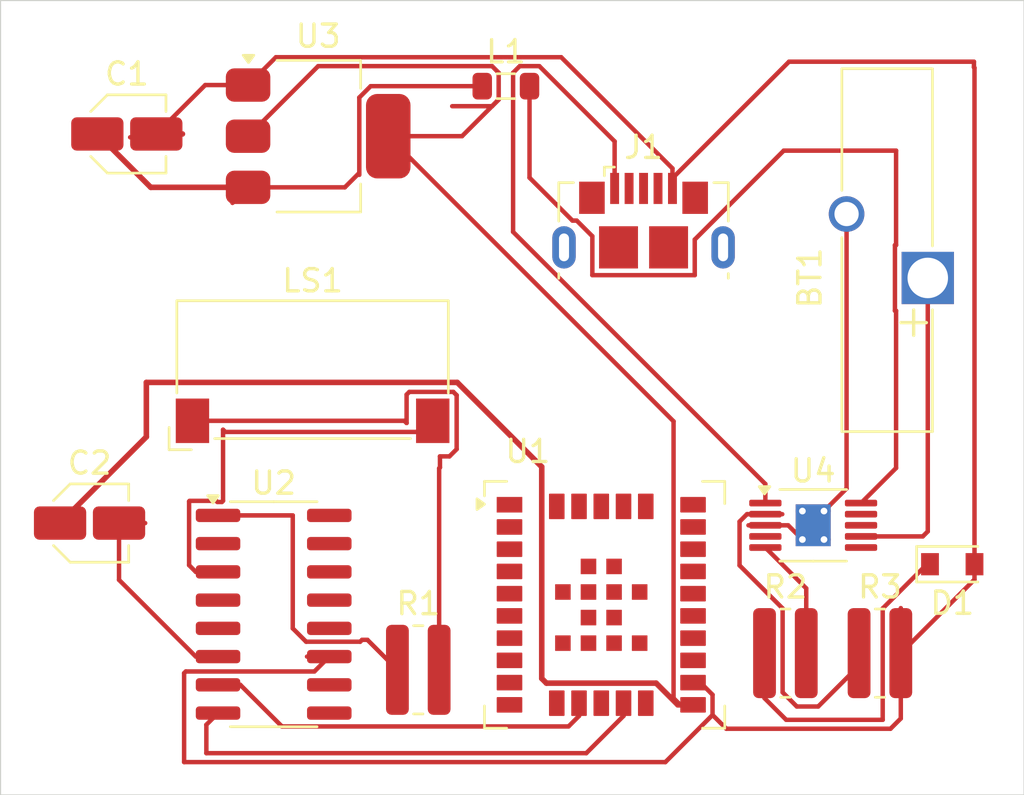
<source format=kicad_pcb>
(kicad_pcb (version 20241229) (generator "pcbnew") (generator_version "9.0")
  (layers (0 "F.Cu" signal) (2 "B.Cu" signal) (13 "F.Paste" user) (15 "B.Paste" user) (5 "F.SilkS" user "F.Silkscreen") (7 "B.SilkS" user "B.Silkscreen") (1 "F.Mask" user) (3 "B.Mask" user) (25 "Edge.Cuts" user))
  (net 0 "")
  (net 1 "Net-(BT1--)")
  (net 2 "Net-(BT1-+)")
  (net 3 "+12V")
  (net 4 "GND")
  (net 5 "Net-(U2-VDD)")
  (net 6 "Net-(U1-VCC)")
  (net 7 "Net-(D1-K)")
  (net 17 "Net-(J1-VBUS)")
  (net 18 "Net-(U4-OUT)")
  (net 19 "Net-(LS1-Pad1)")
  (net 20 "Net-(U2-LOUT-)")
  (net 21 "Net-(U2-LOUT+)")
  (net 22 "Net-(U4-~{PG})")
  (net 23 "Net-(U4-ISET)")
  (net 26 "Net-(U1-UART_RX)")
  (net 32 "Net-(U1-UART_TX)")
  (footprint "Package_SO:HVSSOP-10-1EP_3x3mm_P0.5mm_EP1.57x1.88mm_ThermalVias" (layer "F.Cu") (at 159.275 107.35)
    (property "Reference" "U4" (at 0 -2.45 0) (layer "F.SilkS"))
    (property "Value" "BQ24090DGQ")
    (fp_line (start 0 -1.61) (end -1.5 -1.61) (stroke (width 0.12)) (layer "F.SilkS"))
    (fp_line (start 0 -1.61) (end 1.5 -1.61) (stroke (width 0.12)) (layer "F.SilkS"))
    (fp_line (start 0 1.61) (end -1.5 1.61) (stroke (width 0.12)) (layer "F.SilkS"))
    (fp_line (start 0 1.61) (end 1.5 1.61) (stroke (width 0.12)) (layer "F.SilkS"))
    (fp_poly (pts (xy -2.1875 -1.41) (xy -2.4275 -1.74) (xy -1.9475 -1.74) (xy -2.1875 -1.41)) (stroke (width 0.12)) (fill yes) (layer "F.SilkS"))
    (pad "1" smd roundrect (at -2.15 -1) (size 1.45 0.3) (layers "F.Cu" "F.Mask" "F.Paste") (net 17 "Net-(J1-VBUS)"))
    (pad "2" smd roundrect (at -2.15 -0.5) (size 1.45 0.3) (layers "F.Cu" "F.Mask" "F.Paste") (net 23 "Net-(U4-ISET)"))
    (pad "3" smd roundrect (at -2.15 0) (size 1.45 0.3) (layers "F.Cu" "F.Mask" "F.Paste") (net 1 "Net-(BT1--)"))
    (pad "4" smd roundrect (at -2.15 0.5) (size 1.45 0.3) (layers "F.Cu" "F.Mask" "F.Paste"))
    (pad "5" smd roundrect (at -2.15 1) (size 1.45 0.3) (layers "F.Cu" "F.Mask" "F.Paste") (net 22 "Net-(U4-~{PG})"))
    (pad "6" smd roundrect (at 2.15 1) (size 1.45 0.3) (layers "F.Cu" "F.Mask" "F.Paste"))
    (pad "7" smd roundrect (at 2.15 0.5) (size 1.45 0.3) (layers "F.Cu" "F.Mask" "F.Paste") (net 2 "Net-(BT1-+)"))
    (pad "8" smd roundrect (at 2.15 0) (size 1.45 0.3) (layers "F.Cu" "F.Mask" "F.Paste"))
    (pad "9" smd roundrect (at 2.15 -0.5) (size 1.45 0.3) (layers "F.Cu" "F.Mask" "F.Paste"))
    (pad "10" smd roundrect (at 2.15 -1) (size 1.45 0.3) (layers "F.Cu" "F.Mask" "F.Paste") (net 18 "Net-(U4-OUT)"))
    (pad "11" thru_hole circle (at -0.485 -0.64) (size 0.6 0.6) (drill 0.3) (property pad_prop_heatsink) (layers "*.Cu") (net 1 "Net-(BT1--)"))
    (pad "11" thru_hole circle (at -0.485 0.64) (size 0.6 0.6) (drill 0.3) (property pad_prop_heatsink) (layers "*.Cu") (net 1 "Net-(BT1--)"))
    (pad "11" smd rect (at 0 0) (size 1.57 1.88) (property pad_prop_heatsink) (layers "F.Cu" "F.Mask") (net 1 "Net-(BT1--)"))
    (pad "11" smd rect (at 0 0) (size 1.57 1.88) (property pad_prop_heatsink) (layers "B.Cu") (net 1 "Net-(BT1--)"))
    (pad "11" thru_hole circle (at 0.485 -0.64) (size 0.6 0.6) (drill 0.3) (property pad_prop_heatsink) (layers "*.Cu") (net 1 "Net-(BT1--)"))
    (pad "11" thru_hole circle (at 0.485 0.64) (size 0.6 0.6) (drill 0.3) (property pad_prop_heatsink) (layers "*.Cu") (net 1 "Net-(BT1--)"))
  )
  (footprint "Resistor_SMD:R_0815_2038Metric" (layer "F.Cu") (at 162.275 113.1)
    (property "Reference" "R3" (at 0 -2.98 0) (layer "F.SilkS"))
    (property "Value" "1k")
    (fp_line (start -0.210242 -1.985) (end 0.210242 -1.985) (stroke (width 0.12)) (layer "F.SilkS"))
    (fp_line (start -0.210242 1.985) (end 0.210242 1.985) (stroke (width 0.12)) (layer "F.SilkS"))
    (pad "1" smd roundrect (at -0.9375 0) (size 1.025 4.05) (layers "F.Cu" "F.Mask" "F.Paste") (roundrect_rratio 0.243902) (net 23 "Net-(U4-ISET)"))
    (pad "2" smd roundrect (at 0.9375 0) (size 1.025 4.05) (layers "F.Cu" "F.Mask" "F.Paste") (roundrect_rratio 0.243902) (net 4 "GND"))
  )
  (footprint "RF_Module:NINA-B111" (layer "F.Cu") (at 149.75 110.925)
    (property "Reference" "U1" (at -3.3 -6.9 180) (layer "F.SilkS"))
    (property "Value" "BTM112")
    (fp_line (start -5.25 -5.55) (end -4.25 -5.55) (stroke (width 0.12)) (layer "F.SilkS"))
    (fp_line (start -5.25 -4.9) (end -5.25 -5.55) (stroke (width 0.12)) (layer "F.SilkS"))
    (fp_line (start -5.25 5.55) (end -5.25 4.55) (stroke (width 0.12)) (layer "F.SilkS"))
    (fp_line (start -4.25 5.55) (end -5.25 5.55) (stroke (width 0.12)) (layer "F.SilkS"))
    (fp_line (start 4.55 -5.55) (end 5.55 -5.55) (stroke (width 0.12)) (layer "F.SilkS"))
    (fp_line (start 5.55 -5.55) (end 5.55 -4.55) (stroke (width 0.12)) (layer "F.SilkS"))
    (fp_line (start 5.55 4.55) (end 5.55 5.55) (stroke (width 0.12)) (layer "F.SilkS"))
    (fp_line (start 5.55 5.55) (end 4.55 5.55) (stroke (width 0.12)) (layer "F.SilkS"))
    (fp_poly (pts (xy -5.25 -4.525) (xy -5.586 -4.285) (xy -5.586 -4.765) (xy -5.25 -4.525)) (stroke (width 0.12)) (fill yes) (layer "F.SilkS"))
    (pad "1" smd rect (at -4.125 -4.5) (size 1.15 0.7) (layers "F.Cu" "F.Mask" "F.Paste"))
    (pad "2" smd roundrect (at -4.125 -3.5) (size 1.15 0.7) (layers "F.Cu" "F.Mask" "F.Paste") (roundrect_rratio 0.05))
    (pad "3" smd roundrect (at -4.125 -2.5) (size 1.15 0.7) (layers "F.Cu" "F.Mask" "F.Paste") (roundrect_rratio 0.05))
    (pad "4" smd roundrect (at -4.125 -1.5) (size 1.15 0.7) (layers "F.Cu" "F.Mask" "F.Paste") (roundrect_rratio 0.05))
    (pad "5" smd roundrect (at -4.125 -0.5) (size 1.15 0.7) (layers "F.Cu" "F.Mask" "F.Paste") (roundrect_rratio 0.05))
    (pad "6" smd roundrect (at -4.125 0.5) (size 1.15 0.7) (layers "F.Cu" "F.Mask" "F.Paste") (roundrect_rratio 0.05))
    (pad "7" smd roundrect (at -4.125 1.5) (size 1.15 0.7) (layers "F.Cu" "F.Mask" "F.Paste") (roundrect_rratio 0.05))
    (pad "8" smd roundrect (at -4.125 2.5) (size 1.15 0.7) (layers "F.Cu" "F.Mask" "F.Paste") (roundrect_rratio 0.05))
    (pad "9" smd roundrect (at -4.125 3.5) (size 1.15 0.7) (layers "F.Cu" "F.Mask" "F.Paste") (roundrect_rratio 0.05))
    (pad "10" smd roundrect (at -4.125 4.5) (size 1.15 0.7) (layers "F.Cu" "F.Mask" "F.Paste") (roundrect_rratio 0.05))
    (pad "11" smd roundrect (at -2 4.425 90) (size 1.15 0.7) (layers "F.Cu" "F.Mask" "F.Paste") (roundrect_rratio 0.05))
    (pad "12" smd roundrect (at -1 4.425 90) (size 1.15 0.7) (layers "F.Cu" "F.Mask" "F.Paste") (roundrect_rratio 0.05) (net 32 "Net-(U1-UART_TX)"))
    (pad "13" smd roundrect (at 0 4.425 90) (size 1.15 0.7) (layers "F.Cu" "F.Mask" "F.Paste") (roundrect_rratio 0.05))
    (pad "14" smd roundrect (at 1 4.425 90) (size 1.15 0.7) (layers "F.Cu" "F.Mask" "F.Paste") (roundrect_rratio 0.05) (net 26 "Net-(U1-UART_RX)"))
    (pad "15" smd roundrect (at 2 4.425 90) (size 1.15 0.7) (layers "F.Cu" "F.Mask" "F.Paste") (roundrect_rratio 0.05))
    (pad "16" smd roundrect (at 4.125 4.5) (size 1.15 0.7) (layers "F.Cu" "F.Mask" "F.Paste") (roundrect_rratio 0.05) (net 6 "Net-(U1-VCC)"))
    (pad "17" smd roundrect (at 4.125 3.5) (size 1.15 0.7) (layers "F.Cu" "F.Mask" "F.Paste") (roundrect_rratio 0.05) (net 4 "GND"))
    (pad "18" smd roundrect (at 4.125 2.5) (size 1.15 0.7) (layers "F.Cu" "F.Mask" "F.Paste") (roundrect_rratio 0.05))
    (pad "19" smd roundrect (at 4.125 1.5) (size 1.15 0.7) (layers "F.Cu" "F.Mask" "F.Paste") (roundrect_rratio 0.05))
    (pad "20" smd roundrect (at 4.125 0.5) (size 1.15 0.7) (layers "F.Cu" "F.Mask" "F.Paste") (roundrect_rratio 0.05))
    (pad "21" smd roundrect (at 4.125 -0.5) (size 1.15 0.7) (layers "F.Cu" "F.Mask" "F.Paste") (roundrect_rratio 0.05))
    (pad "22" smd roundrect (at 4.125 -1.5) (size 1.15 0.7) (layers "F.Cu" "F.Mask" "F.Paste") (roundrect_rratio 0.05))
    (pad "23" smd roundrect (at 4.125 -2.5) (size 1.15 0.7) (layers "F.Cu" "F.Mask" "F.Paste") (roundrect_rratio 0.05))
    (pad "24" smd roundrect (at 4.125 -3.5) (size 1.15 0.7) (layers "F.Cu" "F.Mask" "F.Paste") (roundrect_rratio 0.05))
    (pad "25" smd roundrect (at 4.125 -4.5) (size 1.15 0.7) (layers "F.Cu" "F.Mask" "F.Paste") (roundrect_rratio 0.05))
    (pad "26" smd roundrect (at 2 -4.425 90) (size 1.15 0.7) (layers "F.Cu" "F.Mask" "F.Paste") (roundrect_rratio 0.05))
    (pad "27" smd roundrect (at 1 -4.425 90) (size 1.15 0.7) (layers "F.Cu" "F.Mask" "F.Paste") (roundrect_rratio 0.05))
    (pad "28" smd roundrect (at 0 -4.425 90) (size 1.15 0.7) (layers "F.Cu" "F.Mask" "F.Paste") (roundrect_rratio 0.05))
    (pad "29" smd roundrect (at -1 -4.425 90) (size 1.15 0.7) (layers "F.Cu" "F.Mask" "F.Paste") (roundrect_rratio 0.05))
    (pad "30" smd roundrect (at -2 -4.425 90) (size 1.15 0.7) (layers "F.Cu" "F.Mask" "F.Paste") (roundrect_rratio 0.05))
    (pad "31" smd roundrect (at -0.575 -1.725 270) (size 0.7 0.7) (layers "F.Cu" "F.Mask" "F.Paste") (roundrect_rratio 0.02))
    (pad "32" smd roundrect (at 0.575 -1.725 270) (size 0.7 0.7) (layers "F.Cu" "F.Mask" "F.Paste") (roundrect_rratio 0.02))
    (pad "33" smd roundrect (at -1.725 -0.575 270) (size 0.7 0.7) (layers "F.Cu" "F.Mask" "F.Paste") (roundrect_rratio 0.02))
    (pad "34" smd roundrect (at -0.575 -0.575 270) (size 0.7 0.7) (layers "F.Cu" "F.Mask" "F.Paste") (roundrect_rratio 0.02))
    (pad "35" smd roundrect (at 0.575 -0.575 270) (size 0.7 0.7) (layers "F.Cu" "F.Mask" "F.Paste") (roundrect_rratio 0.02))
    (pad "36" smd roundrect (at 1.725 -0.575 270) (size 0.7 0.7) (layers "F.Cu" "F.Mask" "F.Paste") (roundrect_rratio 0.02))
    (pad "37" smd roundrect (at -0.575 0.575 270) (size 0.7 0.7) (layers "F.Cu" "F.Mask" "F.Paste") (roundrect_rratio 0.02))
    (pad "38" smd roundrect (at 0.575 0.575 270) (size 0.7 0.7) (layers "F.Cu" "F.Mask" "F.Paste") (roundrect_rratio 0.02))
    (pad "39" smd roundrect (at -1.725 1.725 270) (size 0.7 0.7) (layers "F.Cu" "F.Mask" "F.Paste") (roundrect_rratio 0.02))
    (pad "40" smd roundrect (at -0.575 1.725 270) (size 0.7 0.7) (layers "F.Cu" "F.Mask" "F.Paste") (roundrect_rratio 0.02))
    (pad "41" smd roundrect (at 0.575 1.725 270) (size 0.7 0.7) (layers "F.Cu" "F.Mask" "F.Paste") (roundrect_rratio 0.02))
    (pad "42" smd roundrect (at 1.725 1.725 270) (size 0.7 0.7) (layers "F.Cu" "F.Mask" "F.Paste") (roundrect_rratio 0.02))
  )
  (footprint "Battery:Battery_Panasonic_CR1632-V1AN_Vertical_CircularHoles" (layer "F.Cu") (at 164.425 96.225 90)
    (property "Reference" "BT1" (at 0 -5.3 90) (layer "F.SilkS"))
    (property "Value" "Battery")
    (fp_line (start 3.94 -3.86) (end 9.41 -3.86) (stroke (width 0.12)) (layer "F.SilkS"))
    (fp_line (start -6.91 -3.86) (end 1.81 -3.86) (stroke (width 0.12)) (layer "F.SilkS"))
    (fp_line (start 9.41 0.21) (end 9.41 -3.86) (stroke (width 0.12)) (layer "F.SilkS"))
    (fp_line (start 1.44 0.21) (end 9.41 0.21) (stroke (width 0.12)) (layer "F.SilkS"))
    (fp_line (start -6.91 0.21) (end -6.91 -3.86) (stroke (width 0.12)) (layer "F.SilkS"))
    (fp_line (start -6.91 0.21) (end -1.43 0.21) (stroke (width 0.12)) (layer "F.SilkS"))
    (fp_text user "+" (at -2.01 -0.75 90) (layer "F.SilkS") (effects (font (size 1.5 1.5))))
    (pad "1" thru_hole rect (at 0 0 180) (size 2.35 2.35) (drill 1.82) (layers "*.Cu" "*.Mask") (net 2 "Net-(BT1-+)"))
    (pad "2" thru_hole circle (at 2.875 -3.65 90) (size 1.6 1.6) (drill 1.09) (layers "*.Cu" "*.Mask") (net 1 "Net-(BT1--)"))
  )
  (footprint "Capacitor_SMD:C_Elec_3x5.4" (layer "F.Cu") (at 126.750001 107.25)
    (property "Reference" "C2" (at 0 -2.7 0) (layer "F.SilkS"))
    (property "Value" "100nF")
    (fp_line (start -1.620563 -1.01) (end -0.870563 -1.76) (stroke (width 0.12)) (layer "F.SilkS"))
    (fp_line (start -1.620563 1.01) (end -0.870563 1.76) (stroke (width 0.12)) (layer "F.SilkS"))
    (fp_line (start -0.870563 -1.76) (end 1.76 -1.76) (stroke (width 0.12)) (layer "F.SilkS"))
    (fp_line (start -0.870563 1.76) (end 1.76 1.76) (stroke (width 0.12)) (layer "F.SilkS"))
    (fp_line (start 1.76 -1.76) (end 1.76 -1.01) (stroke (width 0.12)) (layer "F.SilkS"))
    (fp_line (start 1.76 1.76) (end 1.76 1.01) (stroke (width 0.12)) (layer "F.SilkS"))
    (pad "1" smd roundrect (at -1.325 0) (size 2.35 1.5) (layers "F.Cu" "F.Mask" "F.Paste") (roundrect_rratio 0.166667) (net 6 "Net-(U1-VCC)"))
    (pad "2" smd roundrect (at 1.325 0) (size 2.35 1.5) (layers "F.Cu" "F.Mask" "F.Paste") (roundrect_rratio 0.166667) (net 5 "Net-(U2-VDD)"))
  )
  (footprint "Package_SO:SOP-16_3.9x9.9mm_P1.27mm" (layer "F.Cu") (at 135.025 111.35)
    (property "Reference" "U2" (at 0 -5.9 0) (layer "F.SilkS"))
    (property "Value" "PAM8403D")
    (fp_line (start 0 -5.06) (end -1.95 -5.06) (stroke (width 0.12)) (layer "F.SilkS"))
    (fp_line (start 0 -5.06) (end 1.95 -5.06) (stroke (width 0.12)) (layer "F.SilkS"))
    (fp_line (start 0 5.06) (end -1.95 5.06) (stroke (width 0.12)) (layer "F.SilkS"))
    (fp_line (start 0 5.06) (end 1.95 5.06) (stroke (width 0.12)) (layer "F.SilkS"))
    (fp_poly (pts (xy -2.725 -5.005) (xy -2.965 -5.335) (xy -2.485 -5.335) (xy -2.725 -5.005)) (stroke (width 0.12)) (fill yes) (layer "F.SilkS"))
    (pad "1" smd roundrect (at -2.5 -4.445) (size 2 0.6) (layers "F.Cu" "F.Mask" "F.Paste") (net 21 "Net-(U2-LOUT+)"))
    (pad "2" smd roundrect (at -2.5 -3.175) (size 2 0.6) (layers "F.Cu" "F.Mask" "F.Paste"))
    (pad "3" smd roundrect (at -2.5 -1.905) (size 2 0.6) (layers "F.Cu" "F.Mask" "F.Paste") (net 20 "Net-(U2-LOUT-)"))
    (pad "4" smd roundrect (at -2.5 -0.635) (size 2 0.6) (layers "F.Cu" "F.Mask" "F.Paste"))
    (pad "5" smd roundrect (at -2.5 0.635) (size 2 0.6) (layers "F.Cu" "F.Mask" "F.Paste"))
    (pad "6" smd roundrect (at -2.5 1.905) (size 2 0.6) (layers "F.Cu" "F.Mask" "F.Paste") (net 5 "Net-(U2-VDD)"))
    (pad "7" smd roundrect (at -2.5 3.175) (size 2 0.6) (layers "F.Cu" "F.Mask" "F.Paste") (net 32 "Net-(U1-UART_TX)"))
    (pad "8" smd roundrect (at -2.5 4.445) (size 2 0.6) (layers "F.Cu" "F.Mask" "F.Paste") (net 26 "Net-(U1-UART_RX)"))
    (pad "9" smd roundrect (at 2.5 4.445) (size 2 0.6) (layers "F.Cu" "F.Mask" "F.Paste"))
    (pad "10" smd roundrect (at 2.5 3.175) (size 2 0.6) (layers "F.Cu" "F.Mask" "F.Paste"))
    (pad "11" smd roundrect (at 2.5 1.905) (size 2 0.6) (layers "F.Cu" "F.Mask" "F.Paste") (net 4 "GND"))
    (pad "12" smd roundrect (at 2.5 0.635) (size 2 0.6) (layers "F.Cu" "F.Mask" "F.Paste"))
    (pad "13" smd roundrect (at 2.5 -0.635) (size 2 0.6) (layers "F.Cu" "F.Mask" "F.Paste"))
    (pad "14" smd roundrect (at 2.5 -1.905) (size 2 0.6) (layers "F.Cu" "F.Mask" "F.Paste"))
    (pad "15" smd roundrect (at 2.5 -3.175) (size 2 0.6) (layers "F.Cu" "F.Mask" "F.Paste"))
    (pad "16" smd roundrect (at 2.5 -4.445) (size 2 0.6) (layers "F.Cu" "F.Mask" "F.Paste"))
  )
  (footprint "Inductor_SMD:L_0805_2012Metric" (layer "F.Cu") (at 145.4625 87.6)
    (property "Reference" "L1" (at 0 -1.55 0) (layer "F.SilkS"))
    (property "Value" "10uH")
    (fp_line (start -0.399622 -0.56) (end 0.399622 -0.56) (stroke (width 0.12)) (layer "F.SilkS"))
    (fp_line (start -0.399622 0.56) (end 0.399622 0.56) (stroke (width 0.12)) (layer "F.SilkS"))
    (pad "1" smd roundrect (at -1.0625 0) (size 0.875 1.2) (layers "F.Cu" "F.Mask" "F.Paste") (net 3 "+12V"))
    (pad "2" smd roundrect (at 1.0625 0) (size 0.875 1.2) (layers "F.Cu" "F.Mask" "F.Paste") (net 18 "Net-(U4-OUT)"))
  )
  (footprint "Resistor_SMD:R_0815_2038Metric" (layer "F.Cu") (at 141.525 113.85)
    (property "Reference" "R1" (at 0 -2.98 0) (layer "F.SilkS"))
    (property "Value" "10k")
    (fp_line (start -0.210242 -1.985) (end 0.210242 -1.985) (stroke (width 0.12)) (layer "F.SilkS"))
    (fp_line (start -0.210242 1.985) (end 0.210242 1.985) (stroke (width 0.12)) (layer "F.SilkS"))
    (pad "1" smd roundrect (at -0.9375 0) (size 1.025 4.05) (layers "F.Cu" "F.Mask" "F.Paste") (roundrect_rratio 0.243902) (net 21 "Net-(U2-LOUT+)"))
    (pad "2" smd roundrect (at 0.9375 0) (size 1.025 4.05) (layers "F.Cu" "F.Mask" "F.Paste") (roundrect_rratio 0.243902) (net 19 "Net-(LS1-Pad1)"))
  )
  (footprint "Resistor_SMD:R_0815_2038Metric" (layer "F.Cu") (at 158.025 113.1)
    (property "Reference" "R2" (at 0 -2.98 0) (layer "F.SilkS"))
    (property "Value" "1k")
    (fp_line (start -0.210242 -1.985) (end 0.210242 -1.985) (stroke (width 0.12)) (layer "F.SilkS"))
    (fp_line (start -0.210242 1.985) (end 0.210242 1.985) (stroke (width 0.12)) (layer "F.SilkS"))
    (pad "1" smd roundrect (at -0.9375 0) (size 1.025 4.05) (layers "F.Cu" "F.Mask" "F.Paste") (roundrect_rratio 0.243902) (net 7 "Net-(D1-K)"))
    (pad "2" smd roundrect (at 0.9375 0) (size 1.025 4.05) (layers "F.Cu" "F.Mask" "F.Paste") (roundrect_rratio 0.243902) (net 22 "Net-(U4-~{PG})"))
  )
  (footprint "Capacitor_SMD:C_Elec_3x5.4" (layer "F.Cu") (at 128.425 89.75)
    (property "Reference" "C1" (at 0 -2.7 0) (layer "F.SilkS"))
    (property "Value" "10uF")
    (fp_line (start -1.620563 -1.01) (end -0.870563 -1.76) (stroke (width 0.12)) (layer "F.SilkS"))
    (fp_line (start -1.620563 1.01) (end -0.870563 1.76) (stroke (width 0.12)) (layer "F.SilkS"))
    (fp_line (start -0.870563 -1.76) (end 1.76 -1.76) (stroke (width 0.12)) (layer "F.SilkS"))
    (fp_line (start -0.870563 1.76) (end 1.76 1.76) (stroke (width 0.12)) (layer "F.SilkS"))
    (fp_line (start 1.76 -1.76) (end 1.76 -1.01) (stroke (width 0.12)) (layer "F.SilkS"))
    (fp_line (start 1.76 1.76) (end 1.76 1.01) (stroke (width 0.12)) (layer "F.SilkS"))
    (pad "1" smd roundrect (at -1.325 0) (size 2.35 1.5) (layers "F.Cu" "F.Mask" "F.Paste") (roundrect_rratio 0.166667) (net 3 "+12V"))
    (pad "2" smd roundrect (at 1.325 0) (size 2.35 1.5) (layers "F.Cu" "F.Mask" "F.Paste") (roundrect_rratio 0.166667) (net 4 "GND"))
  )
  (footprint "Package_TO_SOT_SMD:SOT-223-3_TabPin2" (layer "F.Cu") (at 137.025 89.85)
    (property "Reference" "U3" (at 0 -4.5 0) (layer "F.SilkS"))
    (property "Value" "AMS1117-5.0")
    (fp_line (start -1.85 -3.41) (end 1.91 -3.41) (stroke (width 0.12)) (layer "F.SilkS"))
    (fp_line (start -1.85 3.41) (end 1.91 3.41) (stroke (width 0.12)) (layer "F.SilkS"))
    (fp_line (start 1.91 -3.41) (end 1.91 -2.15) (stroke (width 0.12)) (layer "F.SilkS"))
    (fp_line (start 1.91 3.41) (end 1.91 2.15) (stroke (width 0.12)) (layer "F.SilkS"))
    (fp_poly (pts (xy -3.13 -3.31) (xy -3.37 -3.64) (xy -2.89 -3.64) (xy -3.13 -3.31)) (stroke (width 0.12)) (fill yes) (layer "F.SilkS"))
    (pad "1" smd roundrect (at -3.15 -2.3) (size 2 1.5) (layers "F.Cu" "F.Mask" "F.Paste") (net 4 "GND"))
    (pad "2" smd roundrect (at -3.15 0) (size 2 1.5) (layers "F.Cu" "F.Mask" "F.Paste") (net 6 "Net-(U1-VCC)"))
    (pad "2" smd roundrect (at 3.15 0) (size 2 3.8) (layers "F.Cu" "F.Mask" "F.Paste") (net 6 "Net-(U1-VCC)"))
    (pad "3" smd roundrect (at -3.15 2.3) (size 2 1.5) (layers "F.Cu" "F.Mask" "F.Paste") (net 3 "+12V"))
  )
  (footprint "Connector_USB:USB_Micro-B_GCT_USB3076-30-A" (layer "F.Cu") (at 151.65 93.65)
    (property "Reference" "J1" (at 0 -3.3 0) (layer "F.SilkS"))
    (property "Value" "USB_B_Micro")
    (fp_line (start -3.81 -1.71) (end -3.15 -1.71) (stroke (width 0.12)) (layer "F.SilkS"))
    (fp_line (start -3.81 0.02) (end -3.81 -1.71) (stroke (width 0.12)) (layer "F.SilkS"))
    (fp_line (start -3.81 2.59) (end -3.81 2.38) (stroke (width 0.12)) (layer "F.SilkS"))
    (fp_line (start -1.76 -2.41) (end -1.76 -2.02) (stroke (width 0.12)) (layer "F.SilkS"))
    (fp_line (start -1.76 -2.41) (end -1.31 -2.41) (stroke (width 0.12)) (layer "F.SilkS"))
    (fp_line (start 3.81 -1.71) (end 3.16 -1.71) (stroke (width 0.12)) (layer "F.SilkS"))
    (fp_line (start 3.81 0.02) (end 3.81 -1.71) (stroke (width 0.12)) (layer "F.SilkS"))
    (fp_line (start 3.81 2.59) (end 3.81 2.38) (stroke (width 0.12)) (layer "F.SilkS"))
    (pad "1" smd rect (at -1.3 -1.45) (size 0.4 1.4) (layers "F.Cu" "F.Mask" "F.Paste") (net 17 "Net-(J1-VBUS)"))
    (pad "2" smd rect (at -0.65 -1.45) (size 0.4 1.4) (layers "F.Cu" "F.Mask" "F.Paste"))
    (pad "3" smd rect (at 0 -1.45) (size 0.4 1.4) (layers "F.Cu" "F.Mask" "F.Paste"))
    (pad "4" smd rect (at 0.65 -1.45) (size 0.4 1.4) (layers "F.Cu" "F.Mask" "F.Paste"))
    (pad "5" smd rect (at 1.3 -1.45) (size 0.4 1.4) (layers "F.Cu" "F.Mask" "F.Paste") (net 4 "GND"))
    (pad "6" thru_hole oval (at -3.575 1.2 180) (size 1.05 1.9) (drill oval 0.45 1.25) (property pad_prop_heatsink) (layers "*.Cu" "*.Mask"))
    (pad "6" smd rect (at -2.32 -1.03) (size 1.15 1.45) (layers "F.Cu" "F.Mask" "F.Paste"))
    (pad "6" smd rect (at -1.125 1.2) (size 1.75 1.9) (layers "F.Cu" "F.Mask" "F.Paste"))
    (pad "6" smd rect (at 1.125 1.2) (size 1.75 1.9) (layers "F.Cu" "F.Mask" "F.Paste"))
    (pad "6" smd rect (at 2.32 -1.03) (size 1.15 1.45) (layers "F.Cu" "F.Mask" "F.Paste"))
    (pad "6" thru_hole oval (at 3.575 1.2) (size 1.05 1.9) (drill oval 0.45 1.25) (property pad_prop_heatsink) (layers "*.Cu" "*.Mask"))
  )
  (footprint "LED_SMD:LED_miniPLCC_2315" (layer "F.Cu") (at 165.525 109.1)
    (property "Reference" "D1" (at 0 1.75 0) (layer "F.SilkS"))
    (property "Value" "LED")
    (fp_line (start -1.6 -0.8) (end -1.6 0.8) (stroke (width 0.12)) (layer "F.SilkS"))
    (fp_line (start -1.6 0.8) (end 1.15 0.8) (stroke (width 0.12)) (layer "F.SilkS"))
    (fp_line (start 1.15 -0.8) (end -1.6 -0.8) (stroke (width 0.12)) (layer "F.SilkS"))
    (pad "1" smd rect (at -1 0 180) (size 0.8 1) (layers "F.Cu" "F.Mask" "F.Paste") (net 7 "Net-(D1-K)"))
    (pad "2" smd rect (at 1 0 180) (size 0.8 1) (layers "F.Cu" "F.Mask" "F.Paste") (net 4 "GND"))
  )
  (footprint "Buzzer_Beeper:Speaker_CUI_CMR-1206S-67" (layer "F.Cu") (at 136.775 100.35)
    (property "Reference" "LS1" (at 0 -4 0) (layer "F.SilkS"))
    (property "Value" "Speaker")
    (fp_line (start -6.45 2.6) (end -6.45 3.6) (stroke (width 0.12)) (layer "F.SilkS"))
    (fp_line (start -6.45 3.6) (end -5.45 3.6) (stroke (width 0.12)) (layer "F.SilkS"))
    (fp_line (start -6.1 -3.1) (end 6.1 -3.1) (stroke (width 0.12)) (layer "F.SilkS"))
    (fp_line (start -6.1 1.05) (end -6.1 -3.1) (stroke (width 0.12)) (layer "F.SilkS"))
    (fp_line (start 4.4 3.1) (end -4.4 3.1) (stroke (width 0.12)) (layer "F.SilkS"))
    (fp_line (start 6.1 -3.1) (end 6.1 1.05) (stroke (width 0.12)) (layer "F.SilkS"))
    (pad "1" smd rect (at -5.4 2.3 180) (size 1.5 2) (layers "F.Cu" "F.Mask") (net 19 "Net-(LS1-Pad1)"))
    (pad "2" smd rect (at 5.4 2.3 180) (size 1.5 2) (layers "F.Cu" "F.Mask") (net 20 "Net-(U2-LOUT-)"))
  )
  (gr_rect (start 122.75 83.75) (end 168.75 119.475) (stroke (width 0.05)) (fill no) (layer "Edge.Cuts"))
  (segment (start 156.366176 107.35) (end 157.125 107.35) (width 0.2) (layer "F.Cu") (net 1))
  (segment (start 158.15 107.35) (end 157.125 107.35) (width 0.2) (layer "F.Cu") (net 1))
  (segment (start 159.76 107.99) (end 158.79 107.99) (width 0.2) (layer "F.Cu") (net 1))
  (segment (start 160.775 105.695) (end 160.775 93.35) (width 0.2) (layer "F.Cu") (net 1))
  (segment (start 158.79 107.99) (end 158.79 106.71) (width 0.2) (layer "F.Cu") (net 1))
  (segment (start 158.79 107.99) (end 158.15 107.35) (width 0.2) (layer "F.Cu") (net 1))
  (segment (start 159.76 106.71) (end 160.775 105.695) (width 0.2) (layer "F.Cu") (net 1))
  (segment (start 159.76 106.71) (end 159.76 107.99) (width 0.2) (layer "F.Cu") (net 1))
  (segment (start 164.425 107.625) (end 164.425 96.225) (width 0.2) (layer "F.Cu") (net 2))
  (segment (start 164.2 107.85) (end 164.425 107.625) (width 0.2) (layer "F.Cu") (net 2))
  (segment (start 161.425 107.85) (end 164.2 107.85) (width 0.2) (layer "F.Cu") (net 2))
  (segment (start 144.4 87.6) (end 139.384942 87.6) (width 0.2) (layer "F.Cu") (net 3))
  (segment (start 129.5 92.15) (end 133.875 92.15) (width 0.25) (layer "F.Cu") (net 3))
  (segment (start 139.384942 87.6) (end 138.874 88.110942) (width 0.2) (layer "F.Cu") (net 3))
  (segment (start 127.1 89.75) (end 129.5 92.15) (width 0.25) (layer "F.Cu") (net 3))
  (segment (start 138.874 88.110942) (end 138.874 91.5) (width 0.2) (layer "F.Cu") (net 3))
  (segment (start 133.174 92.851) (end 133.875 92.15) (width 0.2) (layer "F.Cu") (net 3))
  (segment (start 138.874 91.5) (end 138.874 91.589058) (width 0.2) (layer "F.Cu") (net 3))
  (segment (start 133.875 92.15) (end 138.224 92.15) (width 0.2) (layer "F.Cu") (net 3))
  (segment (start 133.599 92.426) (end 133.875 92.15) (width 0.25) (layer "F.Cu") (net 3))
  (segment (start 138.224 92.15) (end 138.874 91.5) (width 0.2) (layer "F.Cu") (net 3))
  (segment (start 131.076 113.924) (end 136.856 113.924) (width 0.2) (layer "F.Cu") (net 4))
  (segment (start 131 114) (end 131.076 113.924) (width 0.2) (layer "F.Cu") (net 4))
  (segment (start 133.875 87.55) (end 131.95 87.55) (width 0.2) (layer "F.Cu") (net 4))
  (segment (start 163.2125 113.1) (end 163.2125 116.0375) (width 0.2) (layer "F.Cu") (net 4))
  (segment (start 166.525 109.7875) (end 163.2125 113.1) (width 0.2) (layer "F.Cu") (net 4))
  (segment (start 166.525 109.1) (end 166.525 109.7875) (width 0.2) (layer "F.Cu") (net 4))
  (segment (start 136.856 113.924) (end 137.525 113.255) (width 0.2) (layer "F.Cu") (net 4))
  (segment (start 155.370854 116.5) (end 154.751 115.880146) (width 0.2) (layer "F.Cu") (net 4))
  (segment (start 152.95 91.738) (end 158.188 86.5) (width 0.2) (layer "F.Cu") (net 4))
  (segment (start 166.5 86.75) (end 166.525 86.775) (width 0.2) (layer "F.Cu") (net 4))
  (segment (start 133.875 87.55) (end 135.127 86.298) (width 0.2) (layer "F.Cu") (net 4))
  (segment (start 152.95 92.2) (end 152.95 91.738) (width 0.2) (layer "F.Cu") (net 4))
  (segment (start 163.2125 116.0375) (end 162.75 116.5) (width 0.2) (layer "F.Cu") (net 4))
  (segment (start 163.2125 113.1) (end 163.2125 111.075) (width 0.2) (layer "F.Cu") (net 4))
  (segment (start 166.525 86.775) (end 166.525 109.1) (width 0.2) (layer "F.Cu") (net 4))
  (segment (start 135.127 86.298) (end 147.948 86.298) (width 0.2) (layer "F.Cu") (net 4))
  (segment (start 162.75 116.5) (end 155.370854 116.5) (width 0.2) (layer "F.Cu") (net 4))
  (segment (start 158.188 86.5) (end 166.5 86.5) (width 0.2) (layer "F.Cu") (net 4))
  (segment (start 153.875 114.425) (end 154.206146 114.425) (width 0.2) (layer "F.Cu") (net 4))
  (segment (start 147.948 86.298) (end 152.95 91.3) (width 0.2) (layer "F.Cu") (net 4))
  (segment (start 154.751 115.880146) (end 152.631146 118) (width 0.2) (layer "F.Cu") (net 4))
  (segment (start 136.525001 113.255) (end 137.525 113.255) (width 0.2) (layer "F.Cu") (net 4))
  (segment (start 152.95 91.3) (end 152.95 92.2) (width 0.2) (layer "F.Cu") (net 4))
  (segment (start 128.65 89.9) (end 128.575 89.9) (width 0.2) (layer "F.Cu") (net 4))
  (segment (start 166.5 86.5) (end 166.5 86.75) (width 0.2) (layer "F.Cu") (net 4))
  (segment (start 131.95 87.55) (end 129.75 89.75) (width 0.2) (layer "F.Cu") (net 4))
  (segment (start 154.206146 114.425) (end 154.751 114.969854) (width 0.2) (layer "F.Cu") (net 4))
  (segment (start 129.75 89.75) (end 130.925 89.75) (width 0.25) (layer "F.Cu") (net 4))
  (segment (start 152.631146 118) (end 131 118) (width 0.2) (layer "F.Cu") (net 4))
  (segment (start 154.751 114.969854) (end 154.751 115.880146) (width 0.2) (layer "F.Cu") (net 4))
  (segment (start 131 118) (end 131 114) (width 0.2) (layer "F.Cu") (net 4))
  (segment (start 128.075001 107.25) (end 128.075001 109.805) (width 0.2) (layer "F.Cu") (net 5))
  (segment (start 131.525001 113.255) (end 132.525 113.255) (width 0.2) (layer "F.Cu") (net 5))
  (segment (start 128.075001 109.805) (end 131.525001 113.255) (width 0.2) (layer "F.Cu") (net 5))
  (segment (start 129.25 107.25) (end 128.075001 107.25) (width 0.2) (layer "F.Cu") (net 5))
  (segment (start 144.8401 86.699) (end 137.026 86.699) (width 0.2) (layer "F.Cu") (net 6))
  (segment (start 147.074 104.721545) (end 147.074 114.238502) (width 0.25) (layer "F.Cu") (net 6))
  (segment (start 125.425001 107.25) (end 129.303041 103.37196) (width 0.25) (layer "F.Cu") (net 6))
  (segment (start 153.300001 115.425) (end 153.875 115.425) (width 0.2) (layer "F.Cu") (net 6))
  (segment (start 140.175 89.85) (end 152.999 102.674) (width 0.2) (layer "F.Cu") (net 6))
  (segment (start 144.8401 88.501) (end 145.1385 88.2026) (width 0.2) (layer "F.Cu") (net 6))
  (segment (start 147.284498 114.449) (end 152.215502 114.449) (width 0.25) (layer "F.Cu") (net 6))
  (segment (start 137.026 86.699) (end 133.875 89.85) (width 0.2) (layer "F.Cu") (net 6))
  (segment (start 129.303041 103.37196) (end 129.303041 100.923) (width 0.25) (layer "F.Cu") (net 6))
  (segment (start 145.1385 88.2026) (end 145.1385 86.9974) (width 0.2) (layer "F.Cu") (net 6))
  (segment (start 143.4911 89.85) (end 140.175 89.85) (width 0.2) (layer "F.Cu") (net 6))
  (segment (start 143.050041 88.501) (end 144.8401 88.501) (width 0.2) (layer "F.Cu") (net 6))
  (segment (start 147.074 114.238502) (end 147.284498 114.449) (width 0.25) (layer "F.Cu") (net 6))
  (segment (start 129.303041 100.923) (end 143.275455 100.923) (width 0.25) (layer "F.Cu") (net 6))
  (segment (start 152.999 115.123999) (end 153.300001 115.425) (width 0.2) (layer "F.Cu") (net 6))
  (segment (start 145.1385 86.9974) (end 144.8401 86.699) (width 0.2) (layer "F.Cu") (net 6))
  (segment (start 153.191502 115.425) (end 153.875 115.425) (width 0.25) (layer "F.Cu") (net 6))
  (segment (start 152.999 102.674) (end 152.999 115.123999) (width 0.2) (layer "F.Cu") (net 6))
  (segment (start 145.1385 88.2026) (end 143.4911 89.85) (width 0.2) (layer "F.Cu") (net 6))
  (segment (start 143.275455 100.923) (end 147.074 104.721545) (width 0.25) (layer "F.Cu") (net 6))
  (segment (start 152.215502 114.449) (end 153.191502 115.425) (width 0.25) (layer "F.Cu") (net 6))
  (segment (start 157.0875 115.125) (end 158.0615 116.099) (width 0.2) (layer "F.Cu") (net 7))
  (segment (start 157.0875 113.1) (end 157.0875 115.125) (width 0.2) (layer "F.Cu") (net 7))
  (segment (start 158.0615 116.099) (end 162.399 116.099) (width 0.2) (layer "F.Cu") (net 7))
  (segment (start 162.399 111.08984) (end 164.38884 109.1) (width 0.2) (layer "F.Cu") (net 7))
  (segment (start 162.399 116.099) (end 162.399 111.08984) (width 0.2) (layer "F.Cu") (net 7))
  (segment (start 164.38884 109.1) (end 164.525 109.1) (width 0.2) (layer "F.Cu") (net 7))
  (segment (start 157.125 106.35) (end 157.125 105.49314) (width 0.2) (layer "F.Cu") (net 17))
  (segment (start 150.35 90.0839) (end 150.35 92.2) (width 0.2) (layer "F.Cu") (net 17))
  (segment (start 145.7865 94.15464) (end 145.7865 86.9974) (width 0.2) (layer "F.Cu") (net 17))
  (segment (start 145.7865 86.9974) (end 146.0849 86.699) (width 0.2) (layer "F.Cu") (net 17))
  (segment (start 146.9651 86.699) (end 150.35 90.0839) (width 0.2) (layer "F.Cu") (net 17))
  (segment (start 157.125 105.49314) (end 145.7865 94.15464) (width 0.2) (layer "F.Cu") (net 17))
  (segment (start 146.0849 86.699) (end 146.9651 86.699) (width 0.2) (layer "F.Cu") (net 17))
  (segment (start 162.949 94.749) (end 163 94.749) (width 0.2) (layer "F.Cu") (net 18))
  (segment (start 163 94.749) (end 163 90.5) (width 0.2) (layer "F.Cu") (net 18))
  (segment (start 148.646 93.646) (end 148.454 93.646) (width 0.2) (layer "F.Cu") (net 18))
  (segment (start 163 97.701) (end 162.949 97.701) (width 0.2) (layer "F.Cu") (net 18))
  (segment (start 157.951 90.5) (end 153.951 94.5) (width 0.2) (layer "F.Cu") (net 18))
  (segment (start 153.951 96.101) (end 149.349 96.101) (width 0.2) (layer "F.Cu") (net 18))
  (segment (start 146.525 91.717) (end 146.525 87.6) (width 0.2) (layer "F.Cu") (net 18))
  (segment (start 149.349 94.349) (end 148.646 93.646) (width 0.2) (layer "F.Cu") (net 18))
  (segment (start 163 90.5) (end 157.951 90.5) (width 0.2) (layer "F.Cu") (net 18))
  (segment (start 153.951 94.5) (end 153.951 96.101) (width 0.2) (layer "F.Cu") (net 18))
  (segment (start 148.454 93.646) (end 146.525 91.717) (width 0.2) (layer "F.Cu") (net 18))
  (segment (start 149.349 96.101) (end 149.349 94.349) (width 0.2) (layer "F.Cu") (net 18))
  (segment (start 163 104.775) (end 163 97.701) (width 0.2) (layer "F.Cu") (net 18))
  (segment (start 161.425 106.35) (end 163 104.775) (width 0.2) (layer "F.Cu") (net 18))
  (segment (start 162.949 97.701) (end 162.949 94.749) (width 0.2) (layer "F.Cu") (net 18))
  (segment (start 131.375 102.65) (end 140.9 102.65) (width 0.2) (layer "F.Cu") (net 19))
  (segment (start 142.5 104.25) (end 142.5 104.75) (width 0.2) (layer "F.Cu") (net 19))
  (segment (start 142.4625 104.7875) (end 142.4625 113.85) (width 0.2) (layer "F.Cu") (net 19))
  (segment (start 141 102.75) (end 141 101.473) (width 0.2) (layer "F.Cu") (net 19))
  (segment (start 143.25 103.927) (end 142.927 104.25) (width 0.2) (layer "F.Cu") (net 19))
  (segment (start 142.927 104.25) (end 142.5 104.25) (width 0.2) (layer "F.Cu") (net 19))
  (segment (start 141.124 101.349) (end 143.099 101.349) (width 0.2) (layer "F.Cu") (net 19))
  (segment (start 140.9 102.65) (end 141 102.75) (width 0.2) (layer "F.Cu") (net 19))
  (segment (start 143.099 101.349) (end 143.25 101.5) (width 0.2) (layer "F.Cu") (net 19))
  (segment (start 141 101.473) (end 141.124 101.349) (width 0.2) (layer "F.Cu") (net 19))
  (segment (start 142.5 104.75) (end 142.4625 104.7875) (width 0.2) (layer "F.Cu") (net 19))
  (segment (start 143.25 101.5) (end 143.25 103.927) (width 0.2) (layer "F.Cu") (net 19))
  (segment (start 132.5 106.304) (end 132.446 106.25) (width 0.2) (layer "F.Cu") (net 20))
  (segment (start 131.525001 109.445) (end 132.525 109.445) (width 0.2) (layer "F.Cu") (net 20))
  (segment (start 132.85 103.151) (end 132.75 103.051) (width 0.2) (layer "F.Cu") (net 20))
  (segment (start 141.674 103.151) (end 132.85 103.151) (width 0.2) (layer "F.Cu") (net 20))
  (segment (start 142.175 102.65) (end 141.674 103.151) (width 0.2) (layer "F.Cu") (net 20))
  (segment (start 132.75 106.25) (end 132.696 106.304) (width 0.2) (layer "F.Cu") (net 20))
  (segment (start 131.25 106.25) (end 131.224 106.276) (width 0.2) (layer "F.Cu") (net 20))
  (segment (start 142.175 102.65) (end 141.775 102.25) (width 0.2) (layer "F.Cu") (net 20))
  (segment (start 131.224 106.276) (end 131.224 109.143999) (width 0.2) (layer "F.Cu") (net 20))
  (segment (start 132.75 103.051) (end 132.75 106.25) (width 0.2) (layer "F.Cu") (net 20))
  (segment (start 132.696 106.304) (end 132.5 106.304) (width 0.2) (layer "F.Cu") (net 20))
  (segment (start 131.224 109.143999) (end 131.525001 109.445) (width 0.2) (layer "F.Cu") (net 20))
  (segment (start 132.446 106.25) (end 131.25 106.25) (width 0.2) (layer "F.Cu") (net 20))
  (segment (start 139.2375 112.5) (end 140.5875 113.85) (width 0.2) (layer "F.Cu") (net 21))
  (segment (start 139 112.5) (end 139.2375 112.5) (width 0.2) (layer "F.Cu") (net 21))
  (segment (start 138.914 112.586) (end 139 112.5) (width 0.2) (layer "F.Cu") (net 21))
  (segment (start 135.883032 111.985) (end 136.484032 112.586) (width 0.2) (layer "F.Cu") (net 21))
  (segment (start 136.484032 112.586) (end 138.914 112.586) (width 0.2) (layer "F.Cu") (net 21))
  (segment (start 132.525 106.905) (end 135.883032 106.905) (width 0.2) (layer "F.Cu") (net 21))
  (segment (start 135.883032 106.905) (end 135.883032 111.985) (width 0.2) (layer "F.Cu") (net 21))
  (segment (start 157.125 108.35) (end 158.9625 110.1875) (width 0.2) (layer "F.Cu") (net 22))
  (segment (start 158.9625 113.0375) (end 159 113) (width 0.2) (layer "F.Cu") (net 22))
  (segment (start 158.9625 113.0375) (end 158.9625 113.1) (width 0.2) (layer "F.Cu") (net 22))
  (segment (start 158.9625 110.1875) (end 158.9625 113.1) (width 0.2) (layer "F.Cu") (net 22))
  (segment (start 156.299076 106.85) (end 155.965176 107.1839) (width 0.2) (layer "F.Cu") (net 23))
  (segment (start 157.883824 106.85) (end 157.125 106.85) (width 0.2) (layer "F.Cu") (net 23))
  (segment (start 157.901 111.08984) (end 157.901 114.86216) (width 0.2) (layer "F.Cu") (net 23))
  (segment (start 155.965176 107.1839) (end 155.965176 109.154016) (width 0.2) (layer "F.Cu") (net 23))
  (segment (start 157.901 114.86216) (end 158.53884 115.5) (width 0.2) (layer "F.Cu") (net 23))
  (segment (start 159.5 115.5) (end 161.3375 113.6625) (width 0.2) (layer "F.Cu") (net 23))
  (segment (start 157.125 106.85) (end 156.299076 106.85) (width 0.2) (layer "F.Cu") (net 23))
  (segment (start 161.3375 113.1) (end 161.3375 111.7395) (width 0.2) (layer "F.Cu") (net 23))
  (segment (start 161.3375 113.6625) (end 161.3375 113.1) (width 0.2) (layer "F.Cu") (net 23))
  (segment (start 155.965176 109.154016) (end 157.901 111.08984) (width 0.2) (layer "F.Cu") (net 23))
  (segment (start 158.53884 115.5) (end 159.5 115.5) (width 0.2) (layer "F.Cu") (net 23))
  (segment (start 132 117.599) (end 132 116.32) (width 0.2) (layer "F.Cu") (net 26))
  (segment (start 132 116.32) (end 132.525 115.795) (width 0.2) (layer "F.Cu") (net 26))
  (segment (start 150.75 115.35) (end 150.75 115.924999) (width 0.2) (layer "F.Cu") (net 26))
  (segment (start 150.75 115.924999) (end 149.075999 117.599) (width 0.2) (layer "F.Cu") (net 26))
  (segment (start 149.075999 117.599) (end 132 117.599) (width 0.2) (layer "F.Cu") (net 26))
  (segment (start 148.75 115.924999) (end 148.278999 116.396) (width 0.2) (layer "F.Cu") (net 32))
  (segment (start 135.395999 116.396) (end 133.524999 114.525) (width 0.2) (layer "F.Cu") (net 32))
  (segment (start 148.75 115.35) (end 148.75 115.924999) (width 0.2) (layer "F.Cu") (net 32))
  (segment (start 133.524999 114.525) (end 132.525 114.525) (width 0.2) (layer "F.Cu") (net 32))
  (segment (start 148.278999 116.396) (end 135.395999 116.396) (width 0.2) (layer "F.Cu") (net 32))
)
</source>
